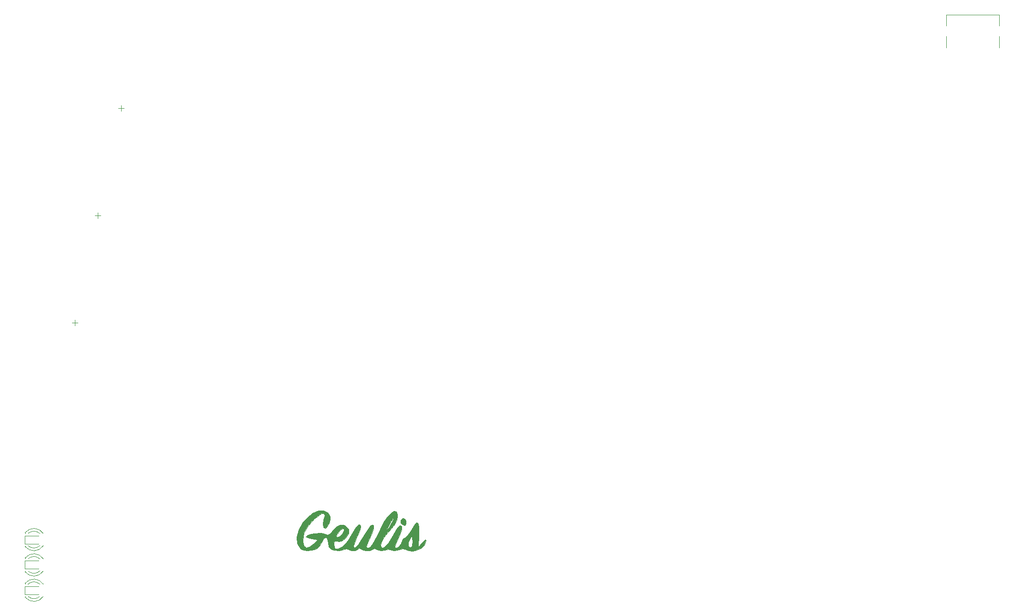
<source format=gbr>
%TF.GenerationSoftware,KiCad,Pcbnew,(5.1.10-1-10_14)*%
%TF.CreationDate,2021-06-03T00:35:35+07:00*%
%TF.ProjectId,geulis,6765756c-6973-42e6-9b69-6361645f7063,rev?*%
%TF.SameCoordinates,Original*%
%TF.FileFunction,Legend,Top*%
%TF.FilePolarity,Positive*%
%FSLAX46Y46*%
G04 Gerber Fmt 4.6, Leading zero omitted, Abs format (unit mm)*
G04 Created by KiCad (PCBNEW (5.1.10-1-10_14)) date 2021-06-03 00:35:35*
%MOMM*%
%LPD*%
G01*
G04 APERTURE LIST*
%ADD10C,0.120000*%
%ADD11C,0.010000*%
G04 APERTURE END LIST*
D10*
%TO.C,SW58_2*%
X33596495Y81487394D02*
X34596495Y81487394D01*
X34096495Y80987394D02*
X34096495Y81987394D01*
%TO.C,SW_57_2*%
X37666497Y100537396D02*
X38666497Y100537396D01*
X38166497Y100037396D02*
X38166497Y101037396D01*
%TO.C,SW29_2*%
X41826489Y119587408D02*
X42826489Y119587408D01*
X42326489Y119087408D02*
X42326489Y120087408D01*
D11*
%TO.C,G\u002A\u002A\u002A*%
G36*
X78943363Y47793396D02*
G01*
X79159580Y47532681D01*
X79414092Y47047399D01*
X79415730Y46588053D01*
X79179386Y45928471D01*
X78864435Y45314776D01*
X78581329Y44985257D01*
X78525406Y44967369D01*
X78199772Y45190459D01*
X78085529Y45741896D01*
X78218511Y46444932D01*
X78223290Y46457622D01*
X78430413Y47245696D01*
X78310712Y47624242D01*
X77884081Y47590833D01*
X77170416Y47143039D01*
X76592987Y46656659D01*
X75469642Y45411221D01*
X74761735Y44111950D01*
X74514842Y42847978D01*
X74524454Y42611329D01*
X74728410Y41833316D01*
X75155511Y41535088D01*
X75782855Y41721667D01*
X76391398Y42202147D01*
X77187819Y42962105D01*
X76185336Y43095790D01*
X75382251Y43272839D01*
X75150271Y43450719D01*
X80489498Y43450719D01*
X80680391Y43347157D01*
X81045852Y43515841D01*
X81460954Y43930251D01*
X81548508Y44054777D01*
X81822183Y44579420D01*
X81856902Y44890761D01*
X81853088Y44894983D01*
X81554733Y44870226D01*
X81115132Y44532398D01*
X80691565Y44012077D01*
X80598101Y43853042D01*
X80489498Y43450719D01*
X75150271Y43450719D01*
X75091291Y43495944D01*
X75296205Y43728929D01*
X75980742Y43935619D01*
X76605409Y44030863D01*
X77742286Y44104081D01*
X78435661Y44000740D01*
X78617642Y43897231D01*
X78936487Y43763637D01*
X79301854Y43969549D01*
X79709098Y44410947D01*
X80497620Y45229813D01*
X81149881Y45602201D01*
X81757788Y45565247D01*
X82110561Y45381260D01*
X82652351Y44791486D01*
X82679080Y44090325D01*
X82191190Y43308520D01*
X82079177Y43191713D01*
X81442475Y42713654D01*
X80831275Y42654494D01*
X80742334Y42674223D01*
X80257209Y42720268D01*
X80096966Y42424350D01*
X80087368Y42180873D01*
X80182217Y41614857D01*
X80346885Y41362748D01*
X80848103Y41339229D01*
X81497783Y41684644D01*
X82175202Y42305886D01*
X82759634Y43109848D01*
X82865274Y43305015D01*
X83349583Y44181996D01*
X83847406Y44964642D01*
X84049957Y45237289D01*
X84486696Y45644214D01*
X84735915Y45620303D01*
X84788282Y45238891D01*
X84634467Y44573315D01*
X84265140Y43696912D01*
X84249798Y43666481D01*
X83747880Y42545696D01*
X83546503Y41813680D01*
X83615806Y41495916D01*
X83925925Y41617885D01*
X84447000Y42205067D01*
X84996939Y43028948D01*
X85734756Y44222023D01*
X86252591Y45012070D01*
X86601323Y45457125D01*
X86831828Y45615221D01*
X86994986Y45544393D01*
X87084859Y45410570D01*
X87124389Y44935693D01*
X86864008Y44132225D01*
X86495028Y43344969D01*
X86014313Y42293542D01*
X85850234Y41668527D01*
X86002554Y41465598D01*
X86401263Y41634720D01*
X86661911Y41847909D01*
X86935221Y42201311D01*
X87271877Y42782362D01*
X87722562Y43678498D01*
X88231097Y44751560D01*
X89449357Y44751560D01*
X89565279Y44767684D01*
X89871959Y45194659D01*
X90321819Y45964650D01*
X90397702Y46103684D01*
X90640025Y46609300D01*
X90687405Y46837827D01*
X90681696Y46838948D01*
X90486101Y46631542D01*
X90156578Y46132428D01*
X89802140Y45526262D01*
X89531805Y44997697D01*
X89449357Y44751560D01*
X88231097Y44751560D01*
X88334578Y44969914D01*
X88973206Y46167950D01*
X89623143Y47101309D01*
X90232986Y47731436D01*
X90751332Y48019779D01*
X91126775Y47927784D01*
X91307913Y47416898D01*
X91316842Y47206644D01*
X91219501Y46500229D01*
X90883972Y45770414D01*
X90244999Y44903362D01*
X89541598Y44109876D01*
X88866099Y43255166D01*
X88459495Y42481147D01*
X88347954Y41878104D01*
X88557644Y41536325D01*
X88782730Y41491579D01*
X89188206Y41739692D01*
X89779082Y42478177D01*
X90548955Y43698249D01*
X91103880Y44675481D01*
X91479698Y45227127D01*
X91804458Y45496778D01*
X91839143Y45502105D01*
X92087667Y45288960D01*
X92063348Y44700981D01*
X91779039Y43815353D01*
X91432550Y43060316D01*
X91086585Y42298784D01*
X90905802Y41738363D01*
X90910637Y41541293D01*
X91253730Y41505631D01*
X91671688Y41802965D01*
X91736271Y41899051D01*
X93235346Y41899051D01*
X93366666Y41669825D01*
X93720525Y41497014D01*
X93927897Y41835140D01*
X93990526Y42612155D01*
X93974990Y43290785D01*
X93895377Y43510746D01*
X93702180Y43347904D01*
X93597977Y43213734D01*
X93253167Y42521603D01*
X93235346Y41899051D01*
X91736271Y41899051D01*
X91998340Y42288954D01*
X92074757Y42552471D01*
X92335147Y43082012D01*
X92646581Y43283831D01*
X93036095Y43577029D01*
X93523453Y44196499D01*
X93843774Y44723403D01*
X94371915Y45601417D01*
X94749685Y45994513D01*
X94991204Y45892744D01*
X95110593Y45286165D01*
X95121971Y44164831D01*
X95110716Y43831053D01*
X95023783Y41625263D01*
X95700697Y42427369D01*
X96137977Y42897648D01*
X96342658Y42962205D01*
X96387227Y42749426D01*
X96159677Y42059980D01*
X95551088Y41455821D01*
X94714190Y41054397D01*
X94056153Y40956842D01*
X93321594Y41021305D01*
X92817011Y41180499D01*
X92762839Y41222003D01*
X92277912Y41332426D01*
X91633090Y41160819D01*
X90842462Y40975017D01*
X90318073Y41118597D01*
X89703544Y41265380D01*
X89116031Y41119018D01*
X88382914Y40975087D01*
X87803844Y41185399D01*
X87258063Y41388798D01*
X86953951Y41246162D01*
X86402076Y41002015D01*
X85666630Y40989092D01*
X85043937Y41202726D01*
X84953474Y41277684D01*
X84589641Y41460859D01*
X84311789Y41277684D01*
X83800303Y41019716D01*
X83169166Y40974984D01*
X82688044Y41151929D01*
X82626921Y41224934D01*
X82271825Y41347581D01*
X81960298Y41224934D01*
X81045184Y40979486D01*
X80031420Y41050883D01*
X79535054Y41233618D01*
X79126764Y41703674D01*
X79017895Y42436776D01*
X78889822Y43135530D01*
X78579842Y43372815D01*
X78199317Y43134309D01*
X77914507Y42578695D01*
X77503156Y41862099D01*
X77002033Y41375537D01*
X76181902Y41050632D01*
X75248405Y40977407D01*
X74427987Y41155782D01*
X74091078Y41376591D01*
X73542272Y42281861D01*
X73443392Y43404354D01*
X73789193Y44680653D01*
X74464716Y45891654D01*
X75364450Y46950686D01*
X76349656Y47700952D01*
X77332860Y48111876D01*
X78226587Y48152882D01*
X78943363Y47793396D01*
G37*
X78943363Y47793396D02*
X79159580Y47532681D01*
X79414092Y47047399D01*
X79415730Y46588053D01*
X79179386Y45928471D01*
X78864435Y45314776D01*
X78581329Y44985257D01*
X78525406Y44967369D01*
X78199772Y45190459D01*
X78085529Y45741896D01*
X78218511Y46444932D01*
X78223290Y46457622D01*
X78430413Y47245696D01*
X78310712Y47624242D01*
X77884081Y47590833D01*
X77170416Y47143039D01*
X76592987Y46656659D01*
X75469642Y45411221D01*
X74761735Y44111950D01*
X74514842Y42847978D01*
X74524454Y42611329D01*
X74728410Y41833316D01*
X75155511Y41535088D01*
X75782855Y41721667D01*
X76391398Y42202147D01*
X77187819Y42962105D01*
X76185336Y43095790D01*
X75382251Y43272839D01*
X75150271Y43450719D01*
X80489498Y43450719D01*
X80680391Y43347157D01*
X81045852Y43515841D01*
X81460954Y43930251D01*
X81548508Y44054777D01*
X81822183Y44579420D01*
X81856902Y44890761D01*
X81853088Y44894983D01*
X81554733Y44870226D01*
X81115132Y44532398D01*
X80691565Y44012077D01*
X80598101Y43853042D01*
X80489498Y43450719D01*
X75150271Y43450719D01*
X75091291Y43495944D01*
X75296205Y43728929D01*
X75980742Y43935619D01*
X76605409Y44030863D01*
X77742286Y44104081D01*
X78435661Y44000740D01*
X78617642Y43897231D01*
X78936487Y43763637D01*
X79301854Y43969549D01*
X79709098Y44410947D01*
X80497620Y45229813D01*
X81149881Y45602201D01*
X81757788Y45565247D01*
X82110561Y45381260D01*
X82652351Y44791486D01*
X82679080Y44090325D01*
X82191190Y43308520D01*
X82079177Y43191713D01*
X81442475Y42713654D01*
X80831275Y42654494D01*
X80742334Y42674223D01*
X80257209Y42720268D01*
X80096966Y42424350D01*
X80087368Y42180873D01*
X80182217Y41614857D01*
X80346885Y41362748D01*
X80848103Y41339229D01*
X81497783Y41684644D01*
X82175202Y42305886D01*
X82759634Y43109848D01*
X82865274Y43305015D01*
X83349583Y44181996D01*
X83847406Y44964642D01*
X84049957Y45237289D01*
X84486696Y45644214D01*
X84735915Y45620303D01*
X84788282Y45238891D01*
X84634467Y44573315D01*
X84265140Y43696912D01*
X84249798Y43666481D01*
X83747880Y42545696D01*
X83546503Y41813680D01*
X83615806Y41495916D01*
X83925925Y41617885D01*
X84447000Y42205067D01*
X84996939Y43028948D01*
X85734756Y44222023D01*
X86252591Y45012070D01*
X86601323Y45457125D01*
X86831828Y45615221D01*
X86994986Y45544393D01*
X87084859Y45410570D01*
X87124389Y44935693D01*
X86864008Y44132225D01*
X86495028Y43344969D01*
X86014313Y42293542D01*
X85850234Y41668527D01*
X86002554Y41465598D01*
X86401263Y41634720D01*
X86661911Y41847909D01*
X86935221Y42201311D01*
X87271877Y42782362D01*
X87722562Y43678498D01*
X88231097Y44751560D01*
X89449357Y44751560D01*
X89565279Y44767684D01*
X89871959Y45194659D01*
X90321819Y45964650D01*
X90397702Y46103684D01*
X90640025Y46609300D01*
X90687405Y46837827D01*
X90681696Y46838948D01*
X90486101Y46631542D01*
X90156578Y46132428D01*
X89802140Y45526262D01*
X89531805Y44997697D01*
X89449357Y44751560D01*
X88231097Y44751560D01*
X88334578Y44969914D01*
X88973206Y46167950D01*
X89623143Y47101309D01*
X90232986Y47731436D01*
X90751332Y48019779D01*
X91126775Y47927784D01*
X91307913Y47416898D01*
X91316842Y47206644D01*
X91219501Y46500229D01*
X90883972Y45770414D01*
X90244999Y44903362D01*
X89541598Y44109876D01*
X88866099Y43255166D01*
X88459495Y42481147D01*
X88347954Y41878104D01*
X88557644Y41536325D01*
X88782730Y41491579D01*
X89188206Y41739692D01*
X89779082Y42478177D01*
X90548955Y43698249D01*
X91103880Y44675481D01*
X91479698Y45227127D01*
X91804458Y45496778D01*
X91839143Y45502105D01*
X92087667Y45288960D01*
X92063348Y44700981D01*
X91779039Y43815353D01*
X91432550Y43060316D01*
X91086585Y42298784D01*
X90905802Y41738363D01*
X90910637Y41541293D01*
X91253730Y41505631D01*
X91671688Y41802965D01*
X91736271Y41899051D01*
X93235346Y41899051D01*
X93366666Y41669825D01*
X93720525Y41497014D01*
X93927897Y41835140D01*
X93990526Y42612155D01*
X93974990Y43290785D01*
X93895377Y43510746D01*
X93702180Y43347904D01*
X93597977Y43213734D01*
X93253167Y42521603D01*
X93235346Y41899051D01*
X91736271Y41899051D01*
X91998340Y42288954D01*
X92074757Y42552471D01*
X92335147Y43082012D01*
X92646581Y43283831D01*
X93036095Y43577029D01*
X93523453Y44196499D01*
X93843774Y44723403D01*
X94371915Y45601417D01*
X94749685Y45994513D01*
X94991204Y45892744D01*
X95110593Y45286165D01*
X95121971Y44164831D01*
X95110716Y43831053D01*
X95023783Y41625263D01*
X95700697Y42427369D01*
X96137977Y42897648D01*
X96342658Y42962205D01*
X96387227Y42749426D01*
X96159677Y42059980D01*
X95551088Y41455821D01*
X94714190Y41054397D01*
X94056153Y40956842D01*
X93321594Y41021305D01*
X92817011Y41180499D01*
X92762839Y41222003D01*
X92277912Y41332426D01*
X91633090Y41160819D01*
X90842462Y40975017D01*
X90318073Y41118597D01*
X89703544Y41265380D01*
X89116031Y41119018D01*
X88382914Y40975087D01*
X87803844Y41185399D01*
X87258063Y41388798D01*
X86953951Y41246162D01*
X86402076Y41002015D01*
X85666630Y40989092D01*
X85043937Y41202726D01*
X84953474Y41277684D01*
X84589641Y41460859D01*
X84311789Y41277684D01*
X83800303Y41019716D01*
X83169166Y40974984D01*
X82688044Y41151929D01*
X82626921Y41224934D01*
X82271825Y41347581D01*
X81960298Y41224934D01*
X81045184Y40979486D01*
X80031420Y41050883D01*
X79535054Y41233618D01*
X79126764Y41703674D01*
X79017895Y42436776D01*
X78889822Y43135530D01*
X78579842Y43372815D01*
X78199317Y43134309D01*
X77914507Y42578695D01*
X77503156Y41862099D01*
X77002033Y41375537D01*
X76181902Y41050632D01*
X75248405Y40977407D01*
X74427987Y41155782D01*
X74091078Y41376591D01*
X73542272Y42281861D01*
X73443392Y43404354D01*
X73789193Y44680653D01*
X74464716Y45891654D01*
X75364450Y46950686D01*
X76349656Y47700952D01*
X77332860Y48111876D01*
X78226587Y48152882D01*
X78943363Y47793396D01*
G36*
X92629245Y46720365D02*
G01*
X92630388Y46719661D01*
X92885771Y46342838D01*
X92885490Y45864095D01*
X92654120Y45535323D01*
X92511609Y45502105D01*
X92069916Y45719152D01*
X91941370Y45921130D01*
X91943234Y46407385D01*
X92226481Y46736328D01*
X92629245Y46720365D01*
G37*
X92629245Y46720365D02*
X92630388Y46719661D01*
X92885771Y46342838D01*
X92885490Y45864095D01*
X92654120Y45535323D01*
X92511609Y45502105D01*
X92069916Y45719152D01*
X91941370Y45921130D01*
X91943234Y46407385D01*
X92226481Y46736328D01*
X92629245Y46720365D01*
D10*
%TO.C,J1*%
X198171496Y134267402D02*
X198171496Y136167402D01*
X198171496Y130367402D02*
X198171496Y132367402D01*
X188771496Y134267402D02*
X188771496Y136167402D01*
X188771496Y130367402D02*
X188771496Y132367402D01*
X198171496Y136167402D02*
X188771496Y136167402D01*
%TO.C,D129*%
X27641761Y34667543D02*
X25181761Y34667543D01*
X25181761Y34667543D02*
X25181761Y33197543D01*
X25181761Y33197543D02*
X27641761Y33197543D01*
%TO.C,D54*%
X27651495Y43657403D02*
X25191495Y43657403D01*
X25191495Y43657403D02*
X25191495Y42187403D01*
X25191495Y42187403D02*
X27651495Y42187403D01*
%TO.C,D53*%
X27651495Y39257402D02*
X25191495Y39257402D01*
X25191495Y39257402D02*
X25191495Y37787402D01*
X25191495Y37787402D02*
X27651495Y37787402D01*
%TO.C,D128*%
X27854703Y41884516D02*
G75*
G02*
X25772612Y41884353I-1041130J1079837D01*
G01*
X27854703Y44044190D02*
G75*
G03*
X25772612Y44044353I-1041130J-1079837D01*
G01*
X28485908Y41885745D02*
G75*
G02*
X25253573Y41728837I-1672335J1078608D01*
G01*
X28485908Y44042961D02*
G75*
G03*
X25253573Y44199869I-1672335J-1078608D01*
G01*
X25253573Y44200353D02*
X25253573Y44044353D01*
X25253573Y41884353D02*
X25253573Y41728353D01*
%TO.C,D127*%
X27854703Y32884512D02*
G75*
G02*
X25772612Y32884349I-1041130J1079837D01*
G01*
X27854703Y35044186D02*
G75*
G03*
X25772612Y35044349I-1041130J-1079837D01*
G01*
X28485908Y32885741D02*
G75*
G02*
X25253573Y32728833I-1672335J1078608D01*
G01*
X28485908Y35042957D02*
G75*
G03*
X25253573Y35199865I-1672335J-1078608D01*
G01*
X25253573Y35200349D02*
X25253573Y35044349D01*
X25253573Y32884349D02*
X25253573Y32728349D01*
%TO.C,D126*%
X27854699Y37384509D02*
G75*
G02*
X25772608Y37384346I-1041130J1079837D01*
G01*
X27854699Y39544183D02*
G75*
G03*
X25772608Y39544346I-1041130J-1079837D01*
G01*
X28485904Y37385738D02*
G75*
G02*
X25253569Y37228830I-1672335J1078608D01*
G01*
X28485904Y39542954D02*
G75*
G03*
X25253569Y39699862I-1672335J-1078608D01*
G01*
X25253569Y39700346D02*
X25253569Y39544346D01*
X25253569Y37384346D02*
X25253569Y37228346D01*
%TD*%
M02*

</source>
